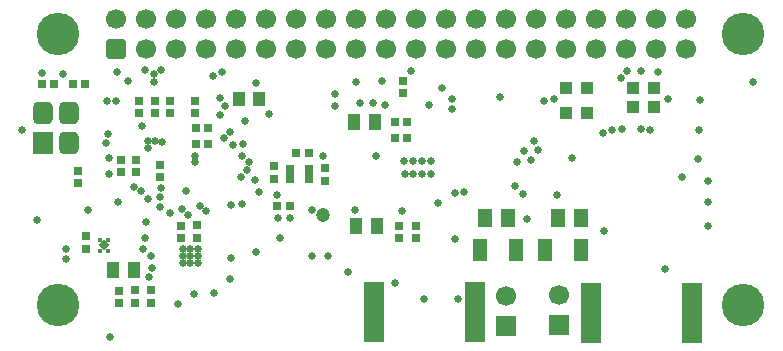
<source format=gbs>
G04*
G04 #@! TF.GenerationSoftware,Altium Limited,Altium Designer,20.2.5 (213)*
G04*
G04 Layer_Color=16711935*
%FSLAX42Y42*%
%MOMM*%
G71*
G04*
G04 #@! TF.SameCoordinates,0AE3A023-6BB7-4A84-8F3F-E2DF2112AB30*
G04*
G04*
G04 #@! TF.FilePolarity,Negative*
G04*
G01*
G75*
%ADD63R,1.80X5.10*%
%ADD65R,0.80X0.70*%
%ADD66R,0.70X0.80*%
%ADD70R,1.10X1.45*%
%ADD72P,0.89X4X270.0*%
%ADD73C,1.20*%
%ADD74C,1.70*%
G04:AMPARAMS|DCode=75|XSize=1.7mm|YSize=1.7mm|CornerRadius=0.33mm|HoleSize=0mm|Usage=FLASHONLY|Rotation=0.000|XOffset=0mm|YOffset=0mm|HoleType=Round|Shape=RoundedRectangle|*
%AMROUNDEDRECTD75*
21,1,1.70,1.05,0,0,0.0*
21,1,1.05,1.70,0,0,0.0*
1,1,0.65,0.53,-0.53*
1,1,0.65,-0.53,-0.53*
1,1,0.65,-0.53,0.53*
1,1,0.65,0.53,0.53*
%
%ADD75ROUNDEDRECTD75*%
%ADD76R,1.70X1.70*%
%ADD77C,3.60*%
%ADD78C,0.65*%
%ADD119R,0.37X0.40*%
%ADD120R,0.68X0.50*%
%ADD121R,1.22X1.85*%
%ADD122R,1.22X1.60*%
%ADD123R,1.00X1.00*%
%ADD124R,1.05X1.25*%
%ADD125R,1.70X1.90*%
G04:AMPARAMS|DCode=126|XSize=1.9mm|YSize=1.7mm|CornerRadius=0.48mm|HoleSize=0mm|Usage=FLASHONLY|Rotation=90.000|XOffset=0mm|YOffset=0mm|HoleType=Round|Shape=RoundedRectangle|*
%AMROUNDEDRECTD126*
21,1,1.90,0.75,0,0,90.0*
21,1,0.95,1.70,0,0,90.0*
1,1,0.95,0.38,0.48*
1,1,0.95,0.38,-0.48*
1,1,0.95,-0.38,-0.48*
1,1,0.95,-0.38,0.48*
%
%ADD126ROUNDEDRECTD126*%
D63*
X3027Y292D02*
D03*
X3878D02*
D03*
X4867Y288D02*
D03*
X5717D02*
D03*
D65*
X1298Y2080D02*
D03*
Y1975D02*
D03*
X1168Y2080D02*
D03*
Y1975D02*
D03*
X882Y1478D02*
D03*
Y1582D02*
D03*
X1015Y1477D02*
D03*
Y1582D02*
D03*
X1037Y2080D02*
D03*
Y1975D02*
D03*
X1217Y1432D02*
D03*
Y1537D02*
D03*
X1510Y2080D02*
D03*
Y1975D02*
D03*
X585Y830D02*
D03*
Y935D02*
D03*
X863Y368D02*
D03*
Y473D02*
D03*
X1000Y370D02*
D03*
Y475D02*
D03*
X1135Y370D02*
D03*
Y475D02*
D03*
X1390Y1023D02*
D03*
Y918D02*
D03*
X1525Y1025D02*
D03*
Y920D02*
D03*
X3242Y1023D02*
D03*
Y918D02*
D03*
X3378Y1023D02*
D03*
Y918D02*
D03*
X3270Y2250D02*
D03*
Y2145D02*
D03*
X2183Y1525D02*
D03*
Y1420D02*
D03*
X2610Y1510D02*
D03*
Y1405D02*
D03*
X522Y1383D02*
D03*
Y1488D02*
D03*
D66*
X478Y2219D02*
D03*
X583D02*
D03*
X215Y2220D02*
D03*
X320D02*
D03*
X1515Y1715D02*
D03*
X1620D02*
D03*
X1515Y1847D02*
D03*
X1620D02*
D03*
X2473Y1642D02*
D03*
X2368D02*
D03*
X2207Y1188D02*
D03*
X2312D02*
D03*
X3202Y1898D02*
D03*
X3307D02*
D03*
X3202Y1768D02*
D03*
X3307D02*
D03*
D70*
X2870Y1020D02*
D03*
X3050D02*
D03*
X998Y647D02*
D03*
X818D02*
D03*
X2858Y1898D02*
D03*
X3038D02*
D03*
D72*
X743Y857D02*
D03*
D73*
X2598Y1115D02*
D03*
D74*
X4143Y2777D02*
D03*
X4397D02*
D03*
X4651D02*
D03*
X4905D02*
D03*
X5667D02*
D03*
X5413D02*
D03*
X5159D02*
D03*
Y2523D02*
D03*
X5413D02*
D03*
X5667D02*
D03*
X4905D02*
D03*
X4651D02*
D03*
X4397D02*
D03*
X4143D02*
D03*
X2111D02*
D03*
X1095D02*
D03*
X2365D02*
D03*
X1349D02*
D03*
X2619D02*
D03*
X1603D02*
D03*
X2873D02*
D03*
X1857D02*
D03*
X3127D02*
D03*
X3889D02*
D03*
X3635D02*
D03*
X3381D02*
D03*
Y2777D02*
D03*
X3635D02*
D03*
X3889D02*
D03*
X3127D02*
D03*
X1857D02*
D03*
X2873D02*
D03*
X1603D02*
D03*
X2619D02*
D03*
X1349D02*
D03*
X2365D02*
D03*
X1095D02*
D03*
X2111D02*
D03*
X841D02*
D03*
X4593Y434D02*
D03*
X4145Y432D02*
D03*
D75*
X841Y2523D02*
D03*
D76*
X4593Y180D02*
D03*
X4145Y177D02*
D03*
D77*
X350Y2650D02*
D03*
Y350D02*
D03*
X6150D02*
D03*
Y2650D02*
D03*
D78*
X5492Y657D02*
D03*
X5772Y1590D02*
D03*
X1433Y1318D02*
D03*
X5630Y1435D02*
D03*
X3453Y405D02*
D03*
X1405Y710D02*
D03*
X1470Y825D02*
D03*
X1470Y710D02*
D03*
X2698Y2038D02*
D03*
Y2138D02*
D03*
X1753Y1764D02*
D03*
X1808Y1813D02*
D03*
X1762Y2035D02*
D03*
X1725Y2108D02*
D03*
Y1962D02*
D03*
X2875Y2240D02*
D03*
X2908Y2060D02*
D03*
X3505Y1568D02*
D03*
X3435D02*
D03*
X3353D02*
D03*
X3285Y1464D02*
D03*
X3353D02*
D03*
X3435D02*
D03*
X3505D02*
D03*
X4285Y1293D02*
D03*
X4217Y1362D02*
D03*
X3283Y1568D02*
D03*
X2017Y1408D02*
D03*
X3785Y1312D02*
D03*
X2055Y1309D02*
D03*
X4572Y1285D02*
D03*
X3710Y1300D02*
D03*
X2208Y1282D02*
D03*
X2027Y2233D02*
D03*
X1512Y1617D02*
D03*
X1535Y710D02*
D03*
Y768D02*
D03*
X1470D02*
D03*
X1405Y768D02*
D03*
X1535Y825D02*
D03*
X1405D02*
D03*
X1512Y1560D02*
D03*
X1227Y1735D02*
D03*
X418Y827D02*
D03*
Y738D02*
D03*
X1112Y1677D02*
D03*
X1065Y1865D02*
D03*
X1170Y1738D02*
D03*
X1112Y1738D02*
D03*
X3205Y540D02*
D03*
X3740Y400D02*
D03*
X5433Y2323D02*
D03*
X1817Y1201D02*
D03*
X1950Y1493D02*
D03*
X1899Y1432D02*
D03*
X1967Y1560D02*
D03*
X1905Y1207D02*
D03*
X2135Y1965D02*
D03*
X5360Y1833D02*
D03*
X5130Y1842D02*
D03*
X5288Y1840D02*
D03*
X3685Y2013D02*
D03*
X3017Y2062D02*
D03*
X2233Y915D02*
D03*
X3120Y2042D02*
D03*
X3495Y2048D02*
D03*
X3042Y1617D02*
D03*
X4325Y1082D02*
D03*
X2862Y1155D02*
D03*
X2802Y632D02*
D03*
X1557Y1193D02*
D03*
X1605Y1145D02*
D03*
X2030Y800D02*
D03*
X1365Y362D02*
D03*
X603Y1152D02*
D03*
X848Y2323D02*
D03*
X2597Y1617D02*
D03*
X5855Y1220D02*
D03*
X6233Y2242D02*
D03*
X1930Y1908D02*
D03*
X5115Y2277D02*
D03*
X3685Y2098D02*
D03*
X1810Y570D02*
D03*
X2498Y1160D02*
D03*
X2317Y1088D02*
D03*
X2505Y765D02*
D03*
X2640D02*
D03*
X3098Y2248D02*
D03*
X5515Y2100D02*
D03*
X4700Y1593D02*
D03*
X3715Y912D02*
D03*
X4090Y2112D02*
D03*
X2213Y1090D02*
D03*
X4352Y1580D02*
D03*
X4292Y1655D02*
D03*
X4462Y2080D02*
D03*
X4547Y2093D02*
D03*
X3600Y2188D02*
D03*
X1223Y2345D02*
D03*
X1738Y2325D02*
D03*
X3342Y2335D02*
D03*
X5285Y2333D02*
D03*
X5167Y2335D02*
D03*
X4383Y1742D02*
D03*
X4412Y1660D02*
D03*
X4235Y1562D02*
D03*
X1916Y1712D02*
D03*
X1833Y1708D02*
D03*
X1912Y1615D02*
D03*
X1815Y750D02*
D03*
X3565Y1215D02*
D03*
X3265Y1148D02*
D03*
X5858Y1402D02*
D03*
Y1018D02*
D03*
X4970Y980D02*
D03*
X215Y2312D02*
D03*
X795Y77D02*
D03*
X1217Y1185D02*
D03*
X1301Y1133D02*
D03*
X1218Y1262D02*
D03*
X1145Y668D02*
D03*
X5788Y2088D02*
D03*
X5775Y1830D02*
D03*
X1665Y2292D02*
D03*
X4967Y1804D02*
D03*
X5042Y1833D02*
D03*
X1085Y2340D02*
D03*
X1165Y2308D02*
D03*
X940Y2250D02*
D03*
X1165Y2238D02*
D03*
X1220Y1343D02*
D03*
X177Y1073D02*
D03*
X780Y1465D02*
D03*
X50Y1835D02*
D03*
X1125Y588D02*
D03*
X1504Y446D02*
D03*
X1670Y450D02*
D03*
X397Y2311D02*
D03*
X1095Y1052D02*
D03*
X993Y1350D02*
D03*
X860Y1227D02*
D03*
X1055Y1318D02*
D03*
X1112Y1252D02*
D03*
X780Y1598D02*
D03*
X753Y1723D02*
D03*
X778Y1800D02*
D03*
X1402Y1165D02*
D03*
X1138Y768D02*
D03*
X1090Y920D02*
D03*
X1073Y823D02*
D03*
X1452Y1115D02*
D03*
X838Y2077D02*
D03*
X765Y2075D02*
D03*
D119*
X775Y810D02*
D03*
X710D02*
D03*
Y905D02*
D03*
X775Y905D02*
D03*
D120*
X2480Y1512D02*
D03*
Y1462D02*
D03*
Y1412D02*
D03*
X2312D02*
D03*
Y1462D02*
D03*
Y1512D02*
D03*
D121*
X4780Y815D02*
D03*
X4475D02*
D03*
X4228D02*
D03*
X3923D02*
D03*
D122*
X4587Y1088D02*
D03*
X4778D02*
D03*
X3967Y1090D02*
D03*
X4158D02*
D03*
D123*
X5398Y2190D02*
D03*
X5223D02*
D03*
X5398Y2025D02*
D03*
X5223D02*
D03*
X4828Y2187D02*
D03*
X4653D02*
D03*
X4828Y1977D02*
D03*
X4653D02*
D03*
D124*
X1885Y2100D02*
D03*
X2055D02*
D03*
D125*
X220Y1725D02*
D03*
D126*
Y1979D02*
D03*
X440D02*
D03*
Y1725D02*
D03*
M02*

</source>
